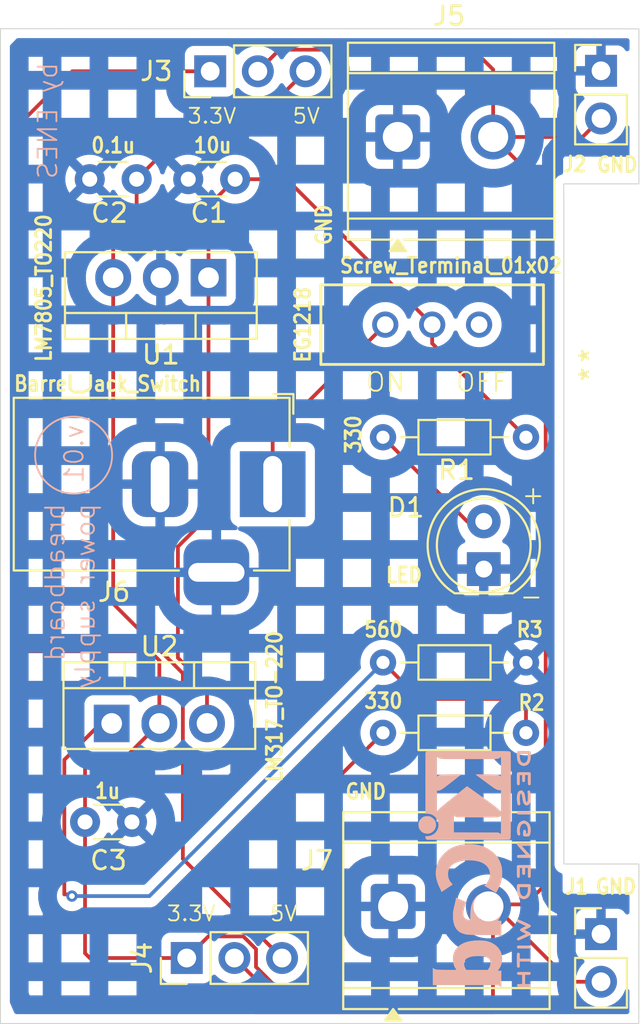
<source format=kicad_pcb>
(kicad_pcb (version 20241229) (generator "pcbnew") (generator_version "9.0")
  (layers (0 "F.Cu" signal) (2 "B.Cu" signal) (13 "F.Paste" user) (15 "B.Paste" user) (5 "F.SilkS" user "F.Silkscreen") (7 "B.SilkS" user "B.Silkscreen") (1 "F.Mask" user) (3 "B.Mask" user) (25 "Edge.Cuts" user))
  (net 0 "")
  (net 1 "GND")
  (net 2 "/12V")
  (net 3 "/5V")
  (net 4 "/3.3V")
  (net 5 "Net-(D1-A)")
  (net 6 "/PWR_output")
  (net 7 "/PWR_input")
  (net 8 "Net-(U2-ADJ)")
  (footprint "Package_TO_SOT_THT:TO-220-3_Vertical" (layer "F.Cu") (at 128.08 69.25 180)
    (property "Reference" "U1" (at 2.54 -4.1 0) (layer "F.SilkS"))
    (property "Value" "LM7805_TO220" (at 8.78 -0.55 90) (layer "F.SilkS") (effects (font (size 0.8 0.7))))
    (pad "1" thru_hole rect (at 0 0 180) (size 1.905 2) (drill 1.1) (layers "*.Cu" "*.Mask") (net 2 "/12V"))
    (pad "2" thru_hole oval (at 2.54 0 180) (size 1.905 2) (drill 1.1) (layers "*.Cu" "*.Mask") (net 1 "GND"))
    (pad "3" thru_hole oval (at 5.08 0 180) (size 1.905 2) (drill 1.1) (layers "*.Cu" "*.Mask") (net 3 "/5V"))
  )
  (footprint "Connector_BarrelJack:BarrelJack_Horizontal" (layer "F.Cu") (at 131.5 80.25)
    (property "Reference" "J6" (at -8.45 5.75 0) (layer "F.SilkS"))
    (property "Value" "Barrel_Jack_Switch" (at -8.8 -5.35 0) (layer "F.SilkS") (effects (font (size 0.8 0.7))))
    (pad "1" thru_hole rect (at 0 0) (size 3.5 3.5) (drill oval 1 3) (layers "*.Cu" "*.Mask") (net 7 "/PWR_input"))
    (pad "2" thru_hole roundrect (at -6 0) (size 3 3.5) (drill oval 1 3) (layers "*.Cu" "*.Mask") (net 1 "GND"))
    (pad "3" thru_hole roundrect (at -3 4.7) (size 3.5 3.5) (drill oval 3 1) (layers "*.Cu" "*.Mask") (net 1 "GND"))
  )
  (footprint "Resistor_THT:R_Axial_DIN0204_L3.6mm_D1.6mm_P7.62mm_Horizontal" (layer "F.Cu") (at 137.38 77.75)
    (property "Reference" "R1" (at 3.92 1.75 0) (layer "F.SilkS"))
    (property "Value" "330" (at -1.58 -0.15 90) (layer "F.SilkS") (effects (font (size 0.8 0.7))))
    (pad "1" thru_hole circle (at 0 0) (size 1.4 1.4) (drill 0.7) (layers "*.Cu" "*.Mask") (net 5 "Net-(D1-A)"))
    (pad "2" thru_hole circle (at 7.62 0) (size 1.4 1.4) (drill 0.7) (layers "*.Cu" "*.Mask") (net 2 "/12V"))
  )
  (footprint "Connector_PinHeader_2.54mm:PinHeader_1x03_P2.54mm_Vertical" (layer "F.Cu") (at 128.17 58.25 90)
    (property "Reference" "J3" (at 0 -2.87 180) (layer "F.SilkS"))
    (property "Value" "Conn_01x03_Pin" (hide yes))
    (pad "1" thru_hole rect (at 0 0 90) (size 1.7 1.7) (drill 1) (layers "*.Cu" "*.Mask") (net 4 "/3.3V"))
    (pad "2" thru_hole circle (at 0 2.54 90) (size 1.7 1.7) (drill 1) (layers "*.Cu" "*.Mask") (net 6 "/PWR_output"))
    (pad "3" thru_hole circle (at 0 5.08 90) (size 1.7 1.7) (drill 1) (layers "*.Cu" "*.Mask") (net 3 "/5V"))
  )
  (footprint "Capacitor_THT:C_Disc_D3.0mm_W1.6mm_P2.50mm" (layer "F.Cu") (at 124.25 64 180)
    (property "Reference" "C2" (at 1.45 -1.8 0) (layer "F.SilkS"))
    (property "Value" "0.1u" (at 1.25 1.8 0) (layer "F.SilkS") (effects (font (size 0.8 0.7))))
    (pad "1" thru_hole circle (at 0 0 180) (size 1.6 1.6) (drill 0.8) (layers "*.Cu" "*.Mask") (net 3 "/5V"))
    (pad "2" thru_hole circle (at 2.5 0 180) (size 1.6 1.6) (drill 0.8) (layers "*.Cu" "*.Mask") (net 1 "GND"))
  )
  (footprint "Connector_PinHeader_2.54mm:PinHeader_1x03_P2.54mm_Vertical" (layer "F.Cu") (at 126.92 105.5 90)
    (property "Reference" "J4" (at 0 -2.38 90) (layer "F.SilkS"))
    (property "Value" "Conn_01x03_Pin" (hide yes))
    (pad "1" thru_hole rect (at 0 0 90) (size 1.7 1.7) (drill 1) (layers "*.Cu" "*.Mask") (net 4 "/3.3V"))
    (pad "2" thru_hole circle (at 0 2.54 90) (size 1.7 1.7) (drill 1) (layers "*.Cu" "*.Mask") (net 6 "/PWR_output"))
    (pad "3" thru_hole circle (at 0 5.08 90) (size 1.7 1.7) (drill 1) (layers "*.Cu" "*.Mask") (net 3 "/5V"))
  )
  (footprint "Connector_PinHeader_2.54mm:PinHeader_1x02_P2.54mm_Vertical" (layer "F.Cu") (at 149 58.225)
    (property "Reference" "J2" (at -1.4 4.975 0) (layer "F.SilkS") (effects (font (size 0.8 0.7) (thickness 0.15) (bold yes))))
    (property "Value" "Conn_01x02_Pin" (hide yes))
    (pad "1" thru_hole rect (at 0 0) (size 1.7 1.7) (drill 1) (layers "*.Cu" "*.Mask") (net 1 "GND"))
    (pad "2" thru_hole circle (at 0 2.54) (size 1.7 1.7) (drill 1) (layers "*.Cu" "*.Mask") (net 6 "/PWR_output"))
  )
  (footprint "Resistor_THT:R_Axial_DIN0204_L3.6mm_D1.6mm_P7.62mm_Horizontal" (layer "F.Cu") (at 145 89.75 180)
    (property "Reference" "R3" (at -0.2 1.75 0) (layer "F.SilkS") (effects (font (size 0.8 0.7) (thickness 0.15) (bold yes))))
    (property "Value" "560" (at 7.6 1.75 0) (layer "F.SilkS") (effects (font (size 0.8 0.7))))
    (pad "1" thru_hole circle (at 0 0 180) (size 1.4 1.4) (drill 0.7) (layers "*.Cu" "*.Mask") (net 1 "GND"))
    (pad "2" thru_hole circle (at 7.62 0 180) (size 1.4 1.4) (drill 0.7) (layers "*.Cu" "*.Mask") (net 8 "Net-(U2-ADJ)"))
  )
  (footprint "Capacitor_THT:C_Disc_D3.0mm_W1.6mm_P2.50mm" (layer "F.Cu") (at 124 98.25 180)
    (property "Reference" "C3" (at 1.25 -2.05 0) (layer "F.SilkS"))
    (property "Value" "1u" (at 1.3 1.65 0) (layer "F.SilkS") (effects (font (size 0.8 0.7))))
    (pad "1" thru_hole circle (at 0 0 180) (size 1.6 1.6) (drill 0.8) (layers "*.Cu" "*.Mask") (net 1 "GND"))
    (pad "2" thru_hole circle (at 2.5 0 180) (size 1.6 1.6) (drill 0.8) (layers "*.Cu" "*.Mask") (net 4 "/3.3V"))
  )
  (footprint "Connector_PinHeader_2.54mm:PinHeader_1x02_P2.54mm_Vertical" (layer "F.Cu") (at 149 104.225)
    (property "Reference" "J1" (at -1.3 -2.525 0) (layer "F.SilkS") (effects (font (size 0.8 0.7))))
    (property "Value" "Conn_01x02_Pin" (hide yes))
    (pad "1" thru_hole rect (at 0 0) (size 1.7 1.7) (drill 1) (layers "*.Cu" "*.Mask") (net 1 "GND"))
    (pad "2" thru_hole circle (at 0 2.54) (size 1.7 1.7) (drill 1) (layers "*.Cu" "*.Mask") (net 6 "/PWR_output"))
  )
  (footprint "TerminalBlock_CUI:TerminalBlock_CUI_TB007-508-02_1x02_P5.08mm_Horizontal" (layer "F.Cu") (at 138.17 61.75)
    (property "Reference" "J5" (at 2.73 -6.45 0) (layer "F.SilkS"))
    (property "Value" "Screw_Terminal_01x02" (at 2.83 6.85 0) (layer "F.SilkS") (effects (font (size 0.8 0.7))))
    (pad "1" thru_hole roundrect (at 0 0) (size 2.4 2.4) (drill 1.6) (layers "*.Cu" "*.Mask") (roundrect_rratio 0.104167) (net 1 "GND"))
    (pad "2" thru_hole circle (at 5.08 0) (size 2.4 2.4) (drill 1.6) (layers "*.Cu" "*.Mask") (net 6 "/PWR_output"))
  )
  (footprint "TerminalBlock_CUI:TerminalBlock_CUI_TB007-508-02_1x02_P5.08mm_Horizontal" (layer "F.Cu") (at 137.92 102.75)
    (property "Reference" "J7" (at -4.06 -2.4425 180) (layer "F.SilkS"))
    (property "Value" "Screw_Terminal_01x02" (hide yes))
    (pad "1" thru_hole roundrect (at 0 0) (size 2.4 2.4) (drill 1.6) (layers "*.Cu" "*.Mask") (roundrect_rratio 0.104167) (net 1 "GND"))
    (pad "2" thru_hole circle (at 5.08 0) (size 2.4 2.4) (drill 1.6) (layers "*.Cu" "*.Mask") (net 6 "/PWR_output"))
  )
  (footprint "LED_THT:LED_D5.0mm" (layer "F.Cu") (at 142.75 84.775 90)
    (property "Reference" "D1" (at 3.275 -4.15 180) (layer "F.SilkS"))
    (property "Value" "LED" (at -0.325 -4.25 180) (layer "F.SilkS") (effects (font (size 0.8 0.7))))
    (pad "1" thru_hole rect (at 0 0 90) (size 1.8 1.8) (drill 0.9) (layers "*.Cu" "*.Mask") (net 1 "GND"))
    (pad "2" thru_hole circle (at 2.54 0 90) (size 1.8 1.8) (drill 0.9) (layers "*.Cu" "*.Mask") (net 5 "Net-(D1-A)"))
  )
  (footprint "Package_TO_SOT_THT:TO-220-3_Vertical" (layer "F.Cu") (at 122.92 93)
    (property "Reference" "U2" (at 2.54 -4.1 0) (layer "F.SilkS"))
    (property "Value" "LM317_TO-220" (at 8.68 -0.9 270) (layer "F.SilkS") (effects (font (size 0.8 0.7))))
    (pad "1" thru_hole rect (at 0 0) (size 1.905 2) (drill 1.1) (layers "*.Cu" "*.Mask") (net 8 "Net-(U2-ADJ)"))
    (pad "2" thru_hole oval (at 2.54 0) (size 1.905 2) (drill 1.1) (layers "*.Cu" "*.Mask") (net 4 "/3.3V"))
    (pad "3" thru_hole oval (at 5.08 0) (size 1.905 2) (drill 1.1) (layers "*.Cu" "*.Mask") (net 2 "/12V"))
  )
  (footprint "Resistor_THT:R_Axial_DIN0204_L3.6mm_D1.6mm_P7.62mm_Horizontal" (layer "F.Cu") (at 145 93.5 180)
    (property "Reference" "R2" (at -0.3 1.6 0) (layer "F.SilkS") (effects (font (size 0.8 0.7))))
    (property "Value" "330" (at 7.6 1.7 0) (layer "F.SilkS") (effects (font (size 0.8 0.7))))
    (pad "1" thru_hole circle (at 0 0 180) (size 1.4 1.4) (drill 0.7) (layers "*.Cu" "*.Mask") (net 8 "Net-(U2-ADJ)"))
    (pad "2" thru_hole circle (at 7.62 0 180) (size 1.4 1.4) (drill 0.7) (layers "*.Cu" "*.Mask") (net 4 "/3.3V"))
  )
  (footprint "footprints:SW_1218_EWI" (layer "F.Cu") (at 137.5 71.75 90)
    (property "Reference" "S1" (hide yes))
    (property "Value" "EG1218" (at 0 -4.4 90) (layer "F.SilkS") (effects (font (size 0.8 0.7))))
    (fp_text user "*" (at -1.65 10.9 90) (layer "F.SilkS"))
    (fp_text user "*" (at -2.65 10.9 90) (layer "F.SilkS"))
    (pad "1" thru_hole circle (at 0 0 90) (size 1.397 1.397) (drill 0.889) (layers "*.Cu" "*.Mask") (net 7 "/PWR_input"))
    (pad "2" thru_hole circle (at 0 2.5 90) (size 1.397 1.397) (drill 0.889) (layers "*.Cu" "*.Mask") (net 2 "/12V"))
    (pad "3" thru_hole circle (at 0 5 90) (size 1.397 1.397) (drill 0.889) (layers "*.Cu" "*.Mask"))
  )
  (footprint "Capacitor_THT:C_Disc_D3.0mm_W1.6mm_P2.50mm" (layer "F.Cu") (at 129.5 64 180)
    (property "Reference" "C1" (at 1.4 -1.8 0) (layer "F.SilkS"))
    (property "Value" "10u" (at 1.2 1.8 0) (layer "F.SilkS") (effects (font (size 0.8 0.7))))
    (pad "1" thru_hole circle (at 0 0 180) (size 1.6 1.6) (drill 0.8) (layers "*.Cu" "*.Mask") (net 2 "/12V"))
    (pad "2" thru_hole circle (at 2.5 0 180) (size 1.6 1.6) (drill 0.8) (layers "*.Cu" "*.Mask") (net 1 "GND"))
  )
  (footprint "Symbol:KiCad-Logo2_5mm_SilkScreen" (layer "B.Cu") (at 142.25 100.75 -90)
    (property "Reference" "REF**" (hide yes))
    (property "Value" "KiCad-Logo2_5mm_SilkScreen" (hide yes))
  )
  (gr_circle (center 120.89 78.70234) (end 120.09 76.81234) (stroke (width 0.1)) (fill no) (layer "B.SilkS"))
  (gr_line (start 151.018124 64.25) (end 147.01 64.25) (stroke (width 0.05)) (layer "Edge.Cuts"))
  (gr_line (start 151.02 55.99) (end 116.9924 55.98) (stroke (width 0.05)) (layer "Edge.Cuts"))
  (gr_line (start 151.011803 108.99) (end 151.02 100.49) (stroke (width 0.05)) (layer "Edge.Cuts"))
  (gr_line (start 147.02 99.35) (end 147.02 65.59) (stroke (width 0.05)) (layer "Edge.Cuts"))
  (gr_line (start 116.9924 108.99) (end 151.011803 108.99) (stroke (width 0.05)) (layer "Edge.Cuts"))
  (gr_line (start 147.02 100.49) (end 147.02 99.35) (stroke (width 0.05)) (layer "Edge.Cuts"))
  (gr_line (start 116.9924 55.98) (end 116.9924 108.99) (stroke (width 0.05)) (layer "Edge.Cuts"))
  (gr_line (start 147.01 64.25) (end 147.02 65.59) (stroke (width 0.05)) (layer "Edge.Cuts"))
  (gr_line (start 151.018124 62.92) (end 151.018124 64.25) (stroke (width 0.05)) (layer "Edge.Cuts"))
  (gr_line (start 151.02 100.49) (end 147.02 100.49) (stroke (width 0.05)) (layer "Edge.Cuts"))
  (gr_line (start 151.018124 62.92) (end 151.02 55.99) (stroke (width 0.05)) (layer "Edge.Cuts"))
  (gr_text "5V\n" (at 132.5 61.1 0) (layer "F.SilkS") (effects (font (size 0.8 0.8) (thickness 0.1)) (justify left bottom)))
  (gr_text "GND" (at 134.7 67.6 90) (layer "F.SilkS") (effects (font (size 0.8 0.7) (thickness 0.15) (bold yes)) (justify left bottom)))
  (gr_text "GND" (at 149.8 101.7 0) (layer "F.SilkS") (effects (font (size 0.8 0.7))))
  (gr_text "3.3V\n" (at 125.8 103.6 0) (layer "F.SilkS") (effects (font (size 0.8 0.8) (thickness 0.1)) (justify left bottom)))
  (gr_text "GND" (at 148.7 63.7 0) (layer "F.SilkS") (effects (font (size 0.8 0.7)) (justify left bottom)))
  (gr_text "-" (at 144.6 86.8 0) (layer "F.SilkS") (effects (font (size 1 1) (thickness 0.1)) (justify left bottom)))
  (gr_text "5V\n" (at 131.3 103.6 0) (layer "F.SilkS") (effects (font (size 0.8 0.8) (thickness 0.1)) (justify left bottom)))
  (gr_text "ON\n" (at 136.4 75.4 0) (layer "F.SilkS") (effects (font (size 1 1) (thickness 0.1)) (justify left bottom)))
  (gr_text "3.3V\n" (at 126.9 61.1 0) (layer "F.SilkS") (effects (font (size 0.8 0.8) (thickness 0.1)) (justify left bottom)))
  (gr_text "OFF\n" (at 141.2 75.4 0) (layer "F.SilkS") (effects (font (size 1 1) (thickness 0.1)) (justify left bottom)))
  (gr_text "GND" (at 135.3 97.1 0) (layer "F.SilkS") (effects (font (size 0.8 0.7) (thickness 0.15) (bold yes)) (justify left bottom)))
  (gr_text "+\n" (at 144.7 81.4 0) (layer "F.SilkS") (effects (font (size 1 1) (thickness 0.1)) (justify left bottom)))
  (gr_text "by ENES" (at 120.1 57.7 90) (layer "B.SilkS") (effects (font (size 1 1) (thickness 0.1)) (justify left bottom mirror)))
  (gr_text "breadboard\npower supply\n" (at 122.1 81.2 90) (layer "B.SilkS") (effects (font (size 1 1) (thickness 0.1)) (justify left bottom mirror)))
  (gr_text "v.01" (at 121.5 77 90) (layer "B.SilkS") (effects (font (size 1 1) (thickness 0.1)) (justify left bottom mirror)))
  (segment (start 140 72.75) (end 145 77.75) (width 0.2) (layer "F.Cu") (net 2))
  (segment (start 140 71.75) (end 140 72.75) (width 0.2) (layer "F.Cu") (net 2))
  (segment (start 128.08 81.949588) (end 126.449 83.580588) (width 0.2) (layer "F.Cu") (net 2))
  (segment (start 128.08 65.42) (end 129.5 64) (width 0.2) (layer "F.Cu") (net 2))
  (segment (start 128.178 69.25) (end 128.27 69.342) (width 0.2) (layer "F.Cu") (net 2))
  (segment (start 129.5 64) (end 132.25 64) (width 0.2) (layer "F.Cu") (net 2))
  (segment (start 132.25 64) (end 140 71.75) (width 0.2) (layer "F.Cu") (net 2))
  (segment (start 128.08 69.25) (end 128.178 69.25) (width 0.2) (layer "F.Cu") (net 2))
  (segment (start 126.449 83.580588) (end 126.449 89.5008) (width 0.2) (layer "F.Cu") (net 2))
  (segment (start 126.449 89.5008) (end 128 91.0518) (width 0.2) (layer "F.Cu") (net 2))
  (segment (start 128 91.0518) (end 128 93) (width 0.2) (layer "F.Cu") (net 2))
  (segment (start 128.08 69.25) (end 128.08 65.42) (width 0.2) (layer "F.Cu") (net 2))
  (segment (start 128.08 69.25) (end 128.08 81.949588) (width 0.2) (layer "F.Cu") (net 2))
  (segment (start 123 86.6189) (end 126.7135 90.3324) (width 0.2) (layer "F.Cu") (net 3))
  (segment (start 133.25 58.25) (end 130.54 60.96) (width 0.2) (layer "F.Cu") (net 3))
  (segment (start 123 69.25) (end 123 86.6189) (width 0.2) (layer "F.Cu") (net 3))
  (segment (start 130.54 60.96) (end 127.29 60.96) (width 0.2) (layer "F.Cu") (net 3))
  (segment (start 127.29 60.96) (end 124.25 64) (width 0.2) (layer "F.Cu") (net 3))
  (segment (start 126.7135 90.3324) (end 126.7135 100.2135) (width 0.2) (layer "F.Cu") (net 3))
  (segment (start 124.25 65.996) (end 124.25 64) (width 0.2) (layer "F.Cu") (net 3))
  (segment (start 123 67.246) (end 124.25 65.996) (width 0.2) (layer "F.Cu") (net 3))
  (segment (start 126.7135 100.2135) (end 132 105.5) (width 0.2) (layer "F.Cu") (net 3))
  (segment (start 123 69.25) (end 123 67.246) (width 0.2) (layer "F.Cu") (net 3))
  (segment (start 121.5 95.338) (end 121.5 98.25) (width 0.2) (layer "F.Cu") (net 4))
  (segment (start 128.071 104.349) (end 126.92 105.5) (width 0.2) (layer "F.Cu") (net 4))
  (segment (start 121.158 94.996) (end 121.5 95.338) (width 0.2) (layer "F.Cu") (net 4))
  (segment (start 135.128 95.752) (end 135.128 107.95) (width 0.2) (layer "F.Cu") (net 4))
  (segment (start 125.476 89.662) (end 125.46 89.678) (width 0.2) (layer "F.Cu") (net 4))
  (segment (start 121.756 105.5) (end 126.92 105.5) (width 0.2) (layer "F.Cu") (net 4))
  (segment (start 117.602 61.468) (end 117.602 89.154) (width 0.2) (layer "F.Cu") (net 4))
  (segment (start 130.611 105.973) (end 130.611 105.02324) (width 0.2) (layer "F.Cu") (net 4))
  (segment (start 121.5 105.244) (end 121.756 105.5) (width 0.2) (layer "F.Cu") (net 4))
  (segment (start 129.93676 104.349) (end 128.071 104.349) (width 0.2) (layer "F.Cu") (net 4))
  (segment (start 120.82 58.25) (end 117.602 61.468) (width 0.2) (layer "F.Cu") (net 4))
  (segment (start 121.5 98.25) (end 121.5 105.244) (width 0.2) (layer "F.Cu") (net 4))
  (segment (start 121.158 94.742) (end 121.158 94.996) (width 0.2) (layer "F.Cu") (net 4))
  (segment (start 123.718 94.742) (end 121.158 94.742) (width 0.2) (layer "F.Cu") (net 4))
  (segment (start 117.602 89.154) (end 124.968 89.154) (width 0.2) (layer "F.Cu") (net 4))
  (segment (start 130.611 105.02324) (end 129.93676 104.349) (width 0.2) (layer "F.Cu") (net 4))
  (segment (start 135.128 107.95) (end 132.588 107.95) (width 0.2) (layer "F.Cu") (net 4))
  (segment (start 124.968 89.154) (end 125.476 89.662) (width 0.2) (layer "F.Cu") (net 4))
  (segment (start 125.46 89.678) (end 125.46 93) (width 0.2) (layer "F.Cu") (net 4))
  (segment (start 125.46 93) (end 123.718 94.742) (width 0.2) (layer "F.Cu") (net 4))
  (segment (start 137.38 93.5) (end 135.128 95.752) (width 0.2) (layer "F.Cu") (net 4))
  (segment (start 128.17 58.25) (end 120.82 58.25) (width 0.2) (layer "F.Cu") (net 4))
  (segment (start 132.588 107.95) (end 130.611 105.973) (width 0.2) (layer "F.Cu") (net 4))
  (segment (start 141.865 82.235) (end 142.75 82.235) (width 0.2) (layer "F.Cu") (net 5))
  (segment (start 137.38 77.75) (end 141.865 82.235) (width 0.2) (layer "F.Cu") (net 5))
  (segment (start 146.05 64.55) (end 146.05 101.576) (width 0.2) (layer "F.Cu") (net 6))
  (segment (start 143.256 108.204) (end 143.24 108.188) (width 0.2) (layer "F.Cu") (net 6))
  (segment (start 144.9835 102.6425) (end 143.24 102.6425) (width 0.2) (layer "F.Cu") (net 6))
  (segment (start 143.24 108.188) (end 143.24 102.6425) (width 0.2) (layer "F.Cu") (net 6))
  (segment (start 129.46 105.5) (end 130.54 106.58) (width 0.2) (layer "F.Cu") (net 6))
  (segment (start 130.556 108.389) (end 143.256 108.389) (width 0.2) (layer "F.Cu") (net 6))
  (segment (start 147.3625 106.765) (end 149 106.765) (width 0.2) (layer "F.Cu") (net 6))
  (segment (start 130.54 108.373) (end 130.556 108.389) (width 0.2) (layer "F.Cu") (net 6))
  (segment (start 146.05 101.576) (end 144.9835 102.6425) (width 0.2) (layer "F.Cu") (net 6))
  (segment (start 143.24 102.6425) (end 147.3625 106.765) (width 0.2) (layer "F.Cu") (net 6))
  (segment (start 149 60.765) (end 148.015 61.75) (width 0.2) (layer "F.Cu") (net 6))
  (segment (start 143.256 108.389) (end 143.256 108.204) (width 0.2) (layer "F.Cu") (net 6))
  (segment (start 143.25 61.75) (end 146.05 64.55) (width 0.2) (layer "F.Cu") (net 6))
  (segment (start 130.71 58.25) (end 131.861 57.099) (width 0.2) (layer "F.Cu") (net 6))
  (segment (start 131.861 57.099) (end 142.189 57.099) (width 0.2) (layer "F.Cu") (net 6))
  (segment (start 130.54 106.58) (end 130.54 108.373) (width 0.2) (layer "F.Cu") (net 6))
  (segment (start 148.015 61.75) (end 143.25 61.75) (width 0.2) (layer "F.Cu") (net 6))
  (segment (start 143.25 58.16) (end 143.25 61.75) (width 0.2) (layer "F.Cu") (net 6))
  (segment (start 142.189 57.099) (end 143.25 58.16) (width 0.2) (layer "F.Cu") (net 6))
  (segment (start 131.5 77.75) (end 131.5 80.25) (width 0.2) (layer "F.Cu") (net 7))
  (segment (start 137.5 71.75) (end 131.5 77.75) (width 0.2) (layer "F.Cu") (net 7))
  (segment (start 120.396 102.108) (end 120.708 102.108) (width 0.2) (layer "F.Cu") (net 8))
  (segment (start 139.324 91.694) (end 144.526 91.694) (width 0.2) (layer "F.Cu") (net 8))
  (segment (start 122.92 93.202) (end 122.936 93.218) (width 0.2) (layer "F.Cu") (net 8))
  (segment (start 122.3329 93) (end 120.396 94.9369) (width 0.2) (layer "F.Cu") (net 8))
  (segment (start 145.062 93.5) (end 145.288 93.726) (width 0.2) (layer "F.Cu") (net 8))
  (segment (start 120.396 94.9369) (end 120.396 102.108) (width 0.2) (layer "F.Cu") (net 8))
  (segment (start 145 93.5) (end 145.062 93.5) (width 0.2) (layer "F.Cu") (net 8))
  (segment (start 120.708 102.108) (end 120.8 102.2) (width 0.2) (layer "F.Cu") (net 8))
  (segment (start 145 92.168) (end 145 93.5) (width 0.2) (layer "F.Cu") (net 8))
  (segment (start 137.38 89.75) (end 139.324 91.694) (width 0.2) (layer "F.Cu") (net 8))
  (segment (start 122.9 93) (end 122.682 93.218) (width 0.2) (layer "F.Cu") (net 8))
  (segment (start 122.92 93) (end 122.3329 93) (width 0.2) (layer "F.Cu") (net 8))
  (segment (start 144.526 91.694) (end 145 92.168) (width 0.2) (layer "F.Cu") (net 8))
  (via (at 120.8 102.2) (size 0.6) (drill 0.3) (layers "F.Cu" "B.Cu") (net 8))
  (segment (start 124.93 102.2) (end 137.38 89.75) (width 0.2) (layer "B.Cu") (net 8))
  (segment (start 120.8 102.2) (end 124.93 102.2) (width 0.2) (layer "B.Cu") (net 8))
  (zone (net 1) (net_name "GND") (layer "B.Cu") (connect_pads (clearance 0.5)) (min_thickness 0.25) (fill yes (mode hatch) (thermal_gap 0.5) (thermal_bridge_width 0.5) (hatch_thickness 1) (hatch_gap 1.5) (hatch_orientation 0) (hatch_border_algorithm hatch_thickness) (hatch_min_hole_area 0.3))
    (polygon (pts (xy 147.01 56.21) (xy 118.17 56.18) (xy 117.14 57.24) (xy 117.26 107.33) (xy 117.92 108.86) (xy 150.66 108.9) (xy 150.93 108.72) (xy 150.96 102.35) (xy 150.66 102.08) (xy 147.03 102.07) (xy 146.95 101.94) (xy 146.98 62.9) (xy 147.07 62.79) (xy 150.79 62.81) (xy 150.93 62.71) (xy 150.94 56.33) (xy 150.69 56.09) (xy 147.19 56.08)))
  )
)
</source>
